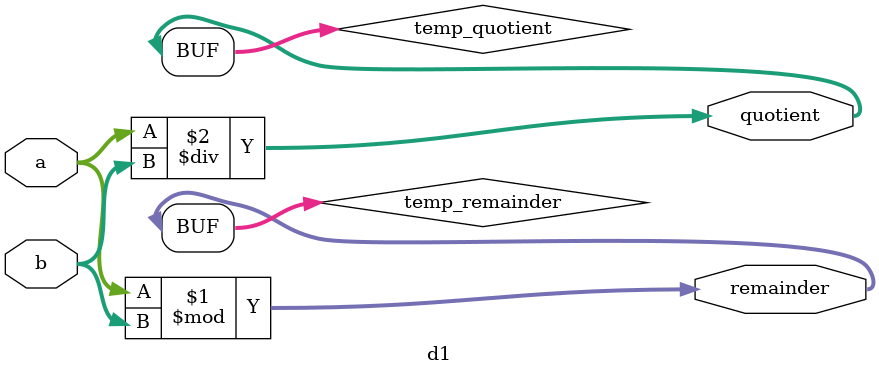
<source format=v>
module d1 (input [1:0] a, b,
                          output [1:0] quotient, remainder);

    wire [1:0] temp_remainder;
    wire [1:0] temp_quotient;

    assign temp_remainder = a % b;
    assign temp_quotient = a / b;

    assign quotient = temp_quotient;
    assign remainder = temp_remainder;
endmodule
</source>
